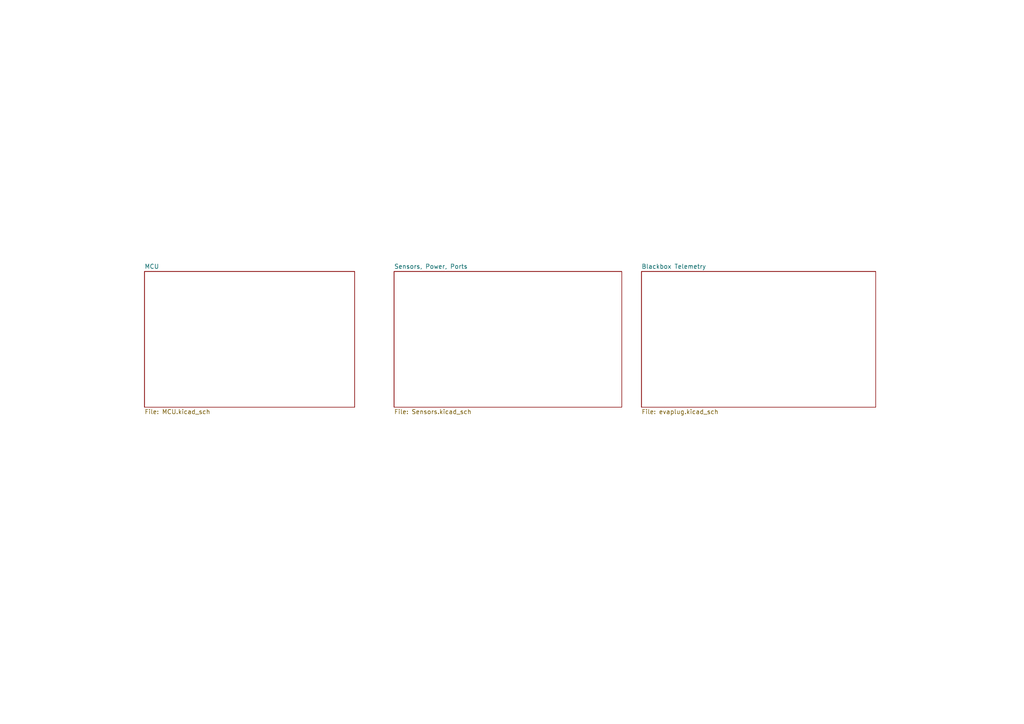
<source format=kicad_sch>
(kicad_sch
	(version 20231120)
	(generator "eeschema")
	(generator_version "8.0")
	(uuid "278da1f5-6136-42a4-9811-d815825b05da")
	(paper "A4")
	(lib_symbols)
	(sheet
		(at 186.055 78.74)
		(size 67.945 39.37)
		(fields_autoplaced yes)
		(stroke
			(width 0.1524)
			(type solid)
		)
		(fill
			(color 0 0 0 0.0000)
		)
		(uuid "5c98cba5-b743-4d03-bc3f-d6e909f71090")
		(property "Sheetname" "Blackbox Telemetry"
			(at 186.055 78.0284 0)
			(effects
				(font
					(size 1.27 1.27)
				)
				(justify left bottom)
			)
		)
		(property "Sheetfile" "evaplug.kicad_sch"
			(at 186.055 118.6946 0)
			(effects
				(font
					(size 1.27 1.27)
				)
				(justify left top)
			)
		)
		(instances
			(project "InLabsAvionics"
				(path "/278da1f5-6136-42a4-9811-d815825b05da"
					(page "5")
				)
			)
		)
	)
	(sheet
		(at 41.91 78.74)
		(size 60.96 39.37)
		(fields_autoplaced yes)
		(stroke
			(width 0.1524)
			(type solid)
		)
		(fill
			(color 0 0 0 0.0000)
		)
		(uuid "74281ccf-a282-4598-8108-befec20342a0")
		(property "Sheetname" "MCU"
			(at 41.91 78.0284 0)
			(effects
				(font
					(size 1.27 1.27)
				)
				(justify left bottom)
			)
		)
		(property "Sheetfile" "MCU.kicad_sch"
			(at 41.91 118.6946 0)
			(effects
				(font
					(size 1.27 1.27)
				)
				(justify left top)
			)
		)
		(instances
			(project "InLabsAvionics"
				(path "/278da1f5-6136-42a4-9811-d815825b05da"
					(page "2")
				)
			)
		)
	)
	(sheet
		(at 114.3 78.74)
		(size 66.04 39.37)
		(fields_autoplaced yes)
		(stroke
			(width 0.1524)
			(type solid)
		)
		(fill
			(color 0 0 0 0.0000)
		)
		(uuid "7c71f202-7af3-41b0-9f0f-9bc78c9a7b77")
		(property "Sheetname" "Sensors, Power, Ports"
			(at 114.3 78.0284 0)
			(effects
				(font
					(size 1.27 1.27)
				)
				(justify left bottom)
			)
		)
		(property "Sheetfile" "Sensors.kicad_sch"
			(at 114.3 118.6946 0)
			(effects
				(font
					(size 1.27 1.27)
				)
				(justify left top)
			)
		)
		(instances
			(project "InLabsAvionics"
				(path "/278da1f5-6136-42a4-9811-d815825b05da"
					(page "3")
				)
			)
		)
	)
	(sheet_instances
		(path "/"
			(page "1")
		)
	)
)

</source>
